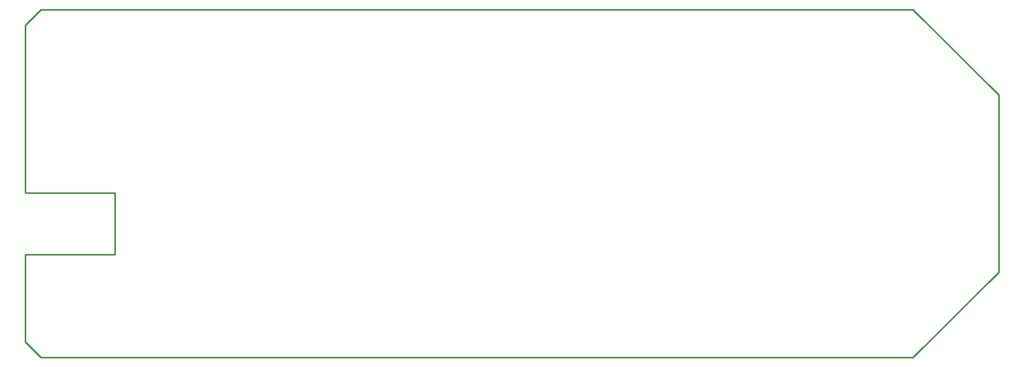
<source format=gko>
%FSLAX24Y24*%
%MOIN*%
G70*
G01*
G75*
G04 Layer_Color=16711935*
G04:AMPARAMS|DCode=10|XSize=100mil|YSize=50mil|CornerRadius=12.5mil|HoleSize=0mil|Usage=FLASHONLY|Rotation=90.000|XOffset=0mil|YOffset=0mil|HoleType=Round|Shape=RoundedRectangle|*
%AMROUNDEDRECTD10*
21,1,0.1000,0.0250,0,0,90.0*
21,1,0.0750,0.0500,0,0,90.0*
1,1,0.0250,0.0125,0.0375*
1,1,0.0250,0.0125,-0.0375*
1,1,0.0250,-0.0125,-0.0375*
1,1,0.0250,-0.0125,0.0375*
%
%ADD10ROUNDEDRECTD10*%
%ADD11R,0.2000X0.1500*%
%ADD12R,0.1181X0.0457*%
%ADD13R,0.1181X0.0787*%
%ADD14R,0.3937X0.2756*%
%ADD15C,0.0197*%
%ADD16C,0.0100*%
%ADD17C,0.0200*%
%ADD18C,0.0100*%
%ADD19C,0.0200*%
%ADD20C,0.0591*%
%ADD21R,0.0591X0.0591*%
%ADD22O,0.0787X0.1575*%
%ADD23O,0.1575X0.0787*%
%ADD24O,0.0866X0.1732*%
%ADD25C,0.0600*%
%ADD26C,0.0787*%
%ADD27C,0.0079*%
%ADD28C,0.0300*%
%ADD29C,0.0090*%
%ADD30C,0.0020*%
%ADD31C,0.0118*%
%ADD32C,0.0059*%
%ADD33C,0.0070*%
G04:AMPARAMS|DCode=34|XSize=108mil|YSize=58mil|CornerRadius=16.5mil|HoleSize=0mil|Usage=FLASHONLY|Rotation=90.000|XOffset=0mil|YOffset=0mil|HoleType=Round|Shape=RoundedRectangle|*
%AMROUNDEDRECTD34*
21,1,0.1080,0.0250,0,0,90.0*
21,1,0.0750,0.0580,0,0,90.0*
1,1,0.0330,0.0125,0.0375*
1,1,0.0330,0.0125,-0.0375*
1,1,0.0330,-0.0125,-0.0375*
1,1,0.0330,-0.0125,0.0375*
%
%ADD34ROUNDEDRECTD34*%
%ADD35R,0.2080X0.1580*%
%ADD36R,0.1261X0.0537*%
%ADD37R,0.1261X0.0867*%
%ADD38R,0.4017X0.2836*%
%ADD39C,0.0280*%
%ADD40C,0.0671*%
%ADD41R,0.0671X0.0671*%
%ADD42O,0.0867X0.1655*%
%ADD43O,0.1655X0.0867*%
%ADD44O,0.0946X0.1812*%
%ADD45C,0.0680*%
%ADD46C,0.0867*%
D16*
X-1476Y-492D02*
X-492Y-1476D01*
X-1476Y19193D02*
X-492Y20177D01*
X53642D01*
X58957Y3839D02*
Y14862D01*
X53642Y20177D02*
X58957Y14862D01*
X53642Y-1476D02*
X58957Y3839D01*
X-492Y-1476D02*
X53642D01*
X-1476Y8759D02*
Y19193D01*
X-1476Y-492D02*
Y4920D01*
X-1476Y8759D02*
X4080D01*
X-1476Y4920D02*
X4080D01*
Y8759D01*
M02*

</source>
